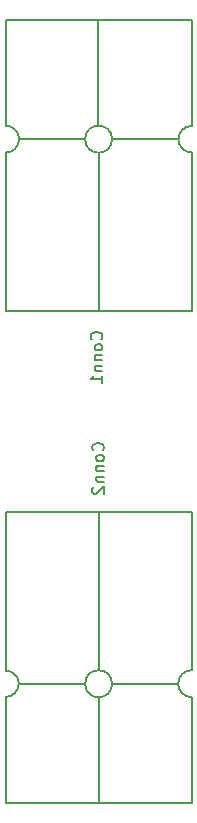
<source format=gbr>
%TF.GenerationSoftware,KiCad,Pcbnew,7.0.7*%
%TF.CreationDate,2023-11-05T22:28:57-06:00*%
%TF.ProjectId,BrushedMOCO_Breakout,42727573-6865-4644-9d4f-434f5f427265,rev?*%
%TF.SameCoordinates,Original*%
%TF.FileFunction,Legend,Bot*%
%TF.FilePolarity,Positive*%
%FSLAX46Y46*%
G04 Gerber Fmt 4.6, Leading zero omitted, Abs format (unit mm)*
G04 Created by KiCad (PCBNEW 7.0.7) date 2023-11-05 22:28:57*
%MOMM*%
%LPD*%
G01*
G04 APERTURE LIST*
%ADD10C,0.150000*%
G04 APERTURE END LIST*
D10*
X121771580Y-94488190D02*
X121819200Y-94440571D01*
X121819200Y-94440571D02*
X121866819Y-94297714D01*
X121866819Y-94297714D02*
X121866819Y-94202476D01*
X121866819Y-94202476D02*
X121819200Y-94059619D01*
X121819200Y-94059619D02*
X121723961Y-93964381D01*
X121723961Y-93964381D02*
X121628723Y-93916762D01*
X121628723Y-93916762D02*
X121438247Y-93869143D01*
X121438247Y-93869143D02*
X121295390Y-93869143D01*
X121295390Y-93869143D02*
X121104914Y-93916762D01*
X121104914Y-93916762D02*
X121009676Y-93964381D01*
X121009676Y-93964381D02*
X120914438Y-94059619D01*
X120914438Y-94059619D02*
X120866819Y-94202476D01*
X120866819Y-94202476D02*
X120866819Y-94297714D01*
X120866819Y-94297714D02*
X120914438Y-94440571D01*
X120914438Y-94440571D02*
X120962057Y-94488190D01*
X121866819Y-95059619D02*
X121819200Y-94964381D01*
X121819200Y-94964381D02*
X121771580Y-94916762D01*
X121771580Y-94916762D02*
X121676342Y-94869143D01*
X121676342Y-94869143D02*
X121390628Y-94869143D01*
X121390628Y-94869143D02*
X121295390Y-94916762D01*
X121295390Y-94916762D02*
X121247771Y-94964381D01*
X121247771Y-94964381D02*
X121200152Y-95059619D01*
X121200152Y-95059619D02*
X121200152Y-95202476D01*
X121200152Y-95202476D02*
X121247771Y-95297714D01*
X121247771Y-95297714D02*
X121295390Y-95345333D01*
X121295390Y-95345333D02*
X121390628Y-95392952D01*
X121390628Y-95392952D02*
X121676342Y-95392952D01*
X121676342Y-95392952D02*
X121771580Y-95345333D01*
X121771580Y-95345333D02*
X121819200Y-95297714D01*
X121819200Y-95297714D02*
X121866819Y-95202476D01*
X121866819Y-95202476D02*
X121866819Y-95059619D01*
X121200152Y-95821524D02*
X121866819Y-95821524D01*
X121295390Y-95821524D02*
X121247771Y-95869143D01*
X121247771Y-95869143D02*
X121200152Y-95964381D01*
X121200152Y-95964381D02*
X121200152Y-96107238D01*
X121200152Y-96107238D02*
X121247771Y-96202476D01*
X121247771Y-96202476D02*
X121343009Y-96250095D01*
X121343009Y-96250095D02*
X121866819Y-96250095D01*
X121200152Y-96726286D02*
X121866819Y-96726286D01*
X121295390Y-96726286D02*
X121247771Y-96773905D01*
X121247771Y-96773905D02*
X121200152Y-96869143D01*
X121200152Y-96869143D02*
X121200152Y-97012000D01*
X121200152Y-97012000D02*
X121247771Y-97107238D01*
X121247771Y-97107238D02*
X121343009Y-97154857D01*
X121343009Y-97154857D02*
X121866819Y-97154857D01*
X121866819Y-98154857D02*
X121866819Y-97583429D01*
X121866819Y-97869143D02*
X120866819Y-97869143D01*
X120866819Y-97869143D02*
X121009676Y-97773905D01*
X121009676Y-97773905D02*
X121104914Y-97678667D01*
X121104914Y-97678667D02*
X121152533Y-97583429D01*
X121898580Y-103886190D02*
X121946200Y-103838571D01*
X121946200Y-103838571D02*
X121993819Y-103695714D01*
X121993819Y-103695714D02*
X121993819Y-103600476D01*
X121993819Y-103600476D02*
X121946200Y-103457619D01*
X121946200Y-103457619D02*
X121850961Y-103362381D01*
X121850961Y-103362381D02*
X121755723Y-103314762D01*
X121755723Y-103314762D02*
X121565247Y-103267143D01*
X121565247Y-103267143D02*
X121422390Y-103267143D01*
X121422390Y-103267143D02*
X121231914Y-103314762D01*
X121231914Y-103314762D02*
X121136676Y-103362381D01*
X121136676Y-103362381D02*
X121041438Y-103457619D01*
X121041438Y-103457619D02*
X120993819Y-103600476D01*
X120993819Y-103600476D02*
X120993819Y-103695714D01*
X120993819Y-103695714D02*
X121041438Y-103838571D01*
X121041438Y-103838571D02*
X121089057Y-103886190D01*
X121993819Y-104457619D02*
X121946200Y-104362381D01*
X121946200Y-104362381D02*
X121898580Y-104314762D01*
X121898580Y-104314762D02*
X121803342Y-104267143D01*
X121803342Y-104267143D02*
X121517628Y-104267143D01*
X121517628Y-104267143D02*
X121422390Y-104314762D01*
X121422390Y-104314762D02*
X121374771Y-104362381D01*
X121374771Y-104362381D02*
X121327152Y-104457619D01*
X121327152Y-104457619D02*
X121327152Y-104600476D01*
X121327152Y-104600476D02*
X121374771Y-104695714D01*
X121374771Y-104695714D02*
X121422390Y-104743333D01*
X121422390Y-104743333D02*
X121517628Y-104790952D01*
X121517628Y-104790952D02*
X121803342Y-104790952D01*
X121803342Y-104790952D02*
X121898580Y-104743333D01*
X121898580Y-104743333D02*
X121946200Y-104695714D01*
X121946200Y-104695714D02*
X121993819Y-104600476D01*
X121993819Y-104600476D02*
X121993819Y-104457619D01*
X121327152Y-105219524D02*
X121993819Y-105219524D01*
X121422390Y-105219524D02*
X121374771Y-105267143D01*
X121374771Y-105267143D02*
X121327152Y-105362381D01*
X121327152Y-105362381D02*
X121327152Y-105505238D01*
X121327152Y-105505238D02*
X121374771Y-105600476D01*
X121374771Y-105600476D02*
X121470009Y-105648095D01*
X121470009Y-105648095D02*
X121993819Y-105648095D01*
X121327152Y-106124286D02*
X121993819Y-106124286D01*
X121422390Y-106124286D02*
X121374771Y-106171905D01*
X121374771Y-106171905D02*
X121327152Y-106267143D01*
X121327152Y-106267143D02*
X121327152Y-106410000D01*
X121327152Y-106410000D02*
X121374771Y-106505238D01*
X121374771Y-106505238D02*
X121470009Y-106552857D01*
X121470009Y-106552857D02*
X121993819Y-106552857D01*
X121089057Y-106981429D02*
X121041438Y-107029048D01*
X121041438Y-107029048D02*
X120993819Y-107124286D01*
X120993819Y-107124286D02*
X120993819Y-107362381D01*
X120993819Y-107362381D02*
X121041438Y-107457619D01*
X121041438Y-107457619D02*
X121089057Y-107505238D01*
X121089057Y-107505238D02*
X121184295Y-107552857D01*
X121184295Y-107552857D02*
X121279533Y-107552857D01*
X121279533Y-107552857D02*
X121422390Y-107505238D01*
X121422390Y-107505238D02*
X121993819Y-106933810D01*
X121993819Y-106933810D02*
X121993819Y-107552857D01*
%TO.C,Conn1*%
X113665000Y-67473800D02*
X129413000Y-67473800D01*
X121513600Y-67499200D02*
X121513600Y-76389200D01*
X113665000Y-67499200D02*
X113665000Y-75246200D01*
X129413000Y-75220800D02*
X129413000Y-76389200D01*
X129413000Y-75246200D02*
X129413000Y-67499200D01*
X113665000Y-76389200D02*
X113665000Y-75170000D01*
X127101600Y-77532200D02*
X128270000Y-77532200D01*
X123825000Y-77532200D02*
X127127000Y-77532200D01*
X123825000Y-77532200D02*
X122682000Y-77532200D01*
X119253000Y-77532200D02*
X120396000Y-77532200D01*
X119253000Y-77532200D02*
X115976400Y-77532200D01*
X114808000Y-77532200D02*
X115976400Y-77532200D01*
X113665000Y-79792800D02*
X113665000Y-78700600D01*
X129413000Y-79818200D02*
X129413000Y-92111800D01*
X121539000Y-79818200D02*
X121539000Y-78675200D01*
X121539000Y-79818200D02*
X121539000Y-92111800D01*
X113665000Y-79818200D02*
X113665000Y-92111800D01*
X129413000Y-79843600D02*
X129413000Y-78649800D01*
X113665000Y-92111800D02*
X129413000Y-92111800D01*
X114808000Y-77532200D02*
G75*
G03*
X113665000Y-76389200I-1143000J0D01*
G01*
X129413000Y-76414600D02*
G75*
G03*
X128295400Y-77532200I-2J-1117598D01*
G01*
X113665000Y-78675200D02*
G75*
G03*
X114808000Y-77532200I0J1143000D01*
G01*
X128295400Y-77532200D02*
G75*
G03*
X129413000Y-78649800I1117598J-2D01*
G01*
X122682000Y-77532200D02*
G75*
G03*
X122682000Y-77532200I-1143000J0D01*
G01*
%TO.C,Conn2*%
X129413000Y-133694200D02*
X113665000Y-133694200D01*
X121564400Y-133668800D02*
X121564400Y-124778800D01*
X129413000Y-133668800D02*
X129413000Y-125921800D01*
X113665000Y-125947200D02*
X113665000Y-124778800D01*
X113665000Y-125921800D02*
X113665000Y-133668800D01*
X129413000Y-124778800D02*
X129413000Y-125998000D01*
X115976400Y-123635800D02*
X114808000Y-123635800D01*
X119253000Y-123635800D02*
X115951000Y-123635800D01*
X119253000Y-123635800D02*
X120396000Y-123635800D01*
X123825000Y-123635800D02*
X122682000Y-123635800D01*
X123825000Y-123635800D02*
X127101600Y-123635800D01*
X128270000Y-123635800D02*
X127101600Y-123635800D01*
X129413000Y-121375200D02*
X129413000Y-122467400D01*
X113665000Y-121349800D02*
X113665000Y-109056200D01*
X121539000Y-121349800D02*
X121539000Y-122492800D01*
X121539000Y-121349800D02*
X121539000Y-109056200D01*
X129413000Y-121349800D02*
X129413000Y-109056200D01*
X113665000Y-121324400D02*
X113665000Y-122518200D01*
X129413000Y-109056200D02*
X113665000Y-109056200D01*
X128270000Y-123635800D02*
G75*
G03*
X129413000Y-124778800I1143000J0D01*
G01*
X113665000Y-124753400D02*
G75*
G03*
X114782600Y-123635800I2J1117598D01*
G01*
X129413000Y-122492800D02*
G75*
G03*
X128270000Y-123635800I0J-1143000D01*
G01*
X114782600Y-123635800D02*
G75*
G03*
X113665000Y-122518200I-1117598J2D01*
G01*
X122682000Y-123635800D02*
G75*
G03*
X122682000Y-123635800I-1143000J0D01*
G01*
%TD*%
M02*

</source>
